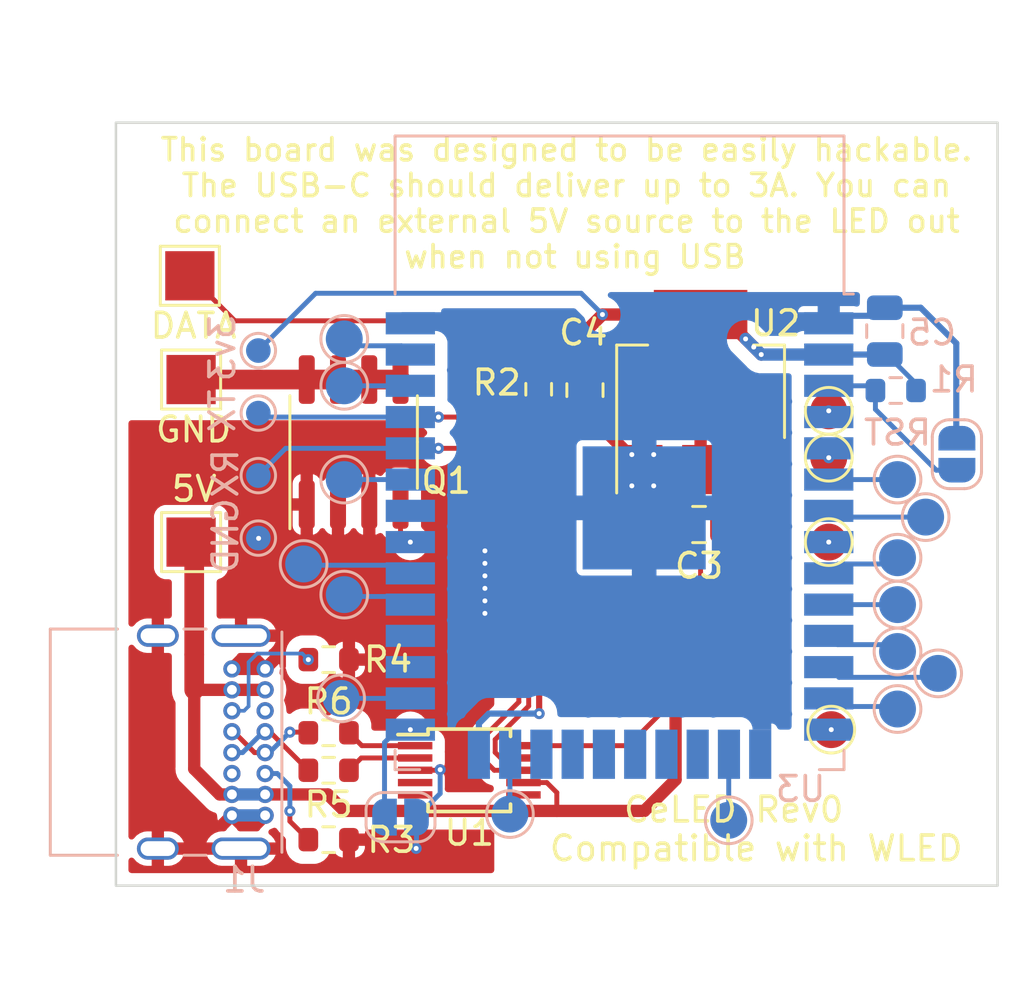
<source format=kicad_pcb>
(kicad_pcb (version 20211014) (generator pcbnew)
  (layers (0 "F.Cu" signal) (31 "B.Cu" signal) (34 "B.Paste" user) (35 "F.Paste" user) (36 "B.SilkS" user "B.Silkscreen") (37 "F.SilkS" user "F.Silkscreen") (38 "B.Mask" user) (39 "F.Mask" user) (44 "Edge.Cuts" user))
  (net 0 "")
  (net 1 "GND")
  (net 2 "+5V")
  (net 3 "+3V3")
  (net 4 "Net-(R2-Pad1)")
  (net 5 "/ADC1_0")
  (net 6 "/ADC1_3")
  (net 7 "/ADC1_6")
  (net 8 "/ADC1_7")
  (net 9 "/ADC1_4")
  (net 10 "/ADC1_5")
  (net 17 "/U2_RX")
  (net 18 "/U2_TX")
  (net 20 "/EXP_RX")
  (net 21 "/ESP_TX")
  (net 22 "Net-(R2-Pad2)")
  (net 23 "Net-(Q1-Pad5)")
  (net 24 "Net-(TP9-Pad1)")
  (net 25 "Net-(TP10-Pad1)")
  (net 26 "Net-(TP11-Pad1)")
  (net 27 "Net-(TP12-Pad1)")
  (net 28 "Net-(TP13-Pad1)")
  (net 29 "Net-(TP14-Pad1)")
  (net 30 "Net-(TP15-Pad1)")
  (net 31 "Net-(TP16-Pad1)")
  (net 32 "Net-(TP17-Pad1)")
  (net 33 "Net-(TP18-Pad1)")
  (net 34 "Net-(TP19-Pad1)")
  (net 35 "Net-(TP20-Pad1)")
  (net 36 "Net-(J1-PadA5)")
  (net 37 "/BOOT")
  (net 38 "/RST")
  (net 39 "/IR")
  (net 40 "Net-(J1-PadB5)")
  (net 41 "Net-(J1-PadA6)")
  (net 42 "Net-(J1-PadA7)")
  (net 45 "Net-(Q1-Pad4)")
  (net 47 "/D-")
  (net 48 "/D+")
  (footprint "TestPoint:TestPoint_Pad_2.0x2.0mm" (layer "F.Cu") (at 112.268 82.042)
    (fp_text reference "TP2" hide)
    (fp_text value "TestPoint" hide)
    (fp_line (start -1.2 -1.2) (end 1.2 -1.2) (layer "F.SilkS") (width 0.12))
    (fp_line (start 1.2 -1.2) (end 1.2 1.2) (layer "F.SilkS") (width 0.12))
    (fp_line (start 1.2 1.2) (end -1.2 1.2) (layer "F.SilkS") (width 0.12))
    (fp_line (start -1.2 1.2) (end -1.2 -1.2) (layer "F.SilkS") (width 0.12))
    (pad "1" smd rect (at 0 0) (size 2 2) (layers "F.Cu" "F.Mask") (net 2 "+5V"))
  )
  (footprint "Resistor_SMD:R_0603_1608Metric" (layer "F.Cu") (at 117.856 89.789 180)
    (fp_text reference "R6" (at 0 1.27) (layer "F.SilkS"))
    (fp_text value "22")
    (fp_line (start -0.237258 0.5225) (end 0.237258 0.5225) (layer "F.SilkS") (width 0.12))
    (fp_line (start -0.237258 -0.5225) (end 0.237258 -0.5225) (layer "F.SilkS") (width 0.12))
    (pad "1" smd roundrect (at -0.825 0 180) (size 0.8 0.95) (layers "F.Cu" "F.Paste" "F.Mask") (net 48 "/D+"))
    (pad "2" smd roundrect (at 0.825 0 180) (size 0.8 0.95) (layers "F.Cu" "F.Paste" "F.Mask") (net 41 "Net-(J1-PadA6)"))
  )
  (footprint "Capacitor_SMD:C_0805_2012Metric" (layer "F.Cu") (at 128.27 75.867 -90)
    (fp_text reference "C4" (at -2.334 0.065 180) (layer "F.SilkS"))
    (fp_text value "10u")
    (fp_line (start -0.261252 0.735) (end 0.261252 0.735) (layer "F.SilkS") (width 0.12))
    (fp_line (start -0.261252 -0.735) (end 0.261252 -0.735) (layer "F.SilkS") (width 0.12))
    (pad "1" smd roundrect (at -0.95 0 270) (size 1 1.45) (layers "F.Cu" "F.Paste" "F.Mask") (net 3 "+3V3"))
    (pad "2" smd roundrect (at 0.95 0 270) (size 1 1.45) (layers "F.Cu" "F.Paste" "F.Mask") (net 1 "GND"))
  )
  (footprint "Package_SO:MSOP-10_3x3mm_P0.5mm" (layer "F.Cu") (at 123.571 91.313)
    (fp_text reference "U1" (at 0 2.54) (layer "F.SilkS"))
    (fp_text value "CH340E")
    (fp_line (start 1.675 -1.675) (end 1.675 -1.375) (layer "F.SilkS") (width 0.15))
    (fp_line (start -1.675 1.675) (end -1.675 1.375) (layer "F.SilkS") (width 0.15))
    (fp_line (start 1.675 1.675) (end 1.675 1.375) (layer "F.SilkS") (width 0.15))
    (fp_line (start -1.675 -1.675) (end -1.675 -1.45) (layer "F.SilkS") (width 0.15))
    (fp_line (start -1.675 -1.675) (end 1.675 -1.675) (layer "F.SilkS") (width 0.15))
    (fp_line (start -1.675 -1.45) (end -2.9 -1.45) (layer "F.SilkS") (width 0.15))
    (fp_line (start -1.675 1.675) (end 1.675 1.675) (layer "F.SilkS") (width 0.15))
    (pad "1" smd rect (at -2.2 -1) (size 1.4 0.3) (layers "F.Cu" "F.Paste" "F.Mask") (net 48 "/D+"))
    (pad "2" smd rect (at -2.2 -0.5) (size 1.4 0.3) (layers "F.Cu" "F.Paste" "F.Mask") (net 47 "/D-"))
    (pad "3" smd rect (at -2.2 0) (size 1.4 0.3) (layers "F.Cu" "F.Paste" "F.Mask") (net 1 "GND"))
    (pad "4" smd rect (at -2.2 0.5) (size 1.4 0.3) (layers "F.Cu" "F.Paste" "F.Mask"))
    (pad "5" smd rect (at -2.2 1) (size 1.4 0.3) (layers "F.Cu" "F.Paste" "F.Mask"))
    (pad "6" smd rect (at 2.2 1) (size 1.4 0.3) (layers "F.Cu" "F.Paste" "F.Mask"))
    (pad "7" smd rect (at 2.2 0.5) (size 1.4 0.3) (layers "F.Cu" "F.Paste" "F.Mask") (net 2 "+5V"))
    (pad "8" smd rect (at 2.2 0) (size 1.4 0.3) (layers "F.Cu" "F.Paste" "F.Mask") (net 20 "/EXP_RX"))
    (pad "9" smd rect (at 2.2 -0.5) (size 1.4 0.3) (layers "F.Cu" "F.Paste" "F.Mask") (net 21 "/ESP_TX"))
    (pad "10" smd rect (at 2.2 -1) (size 1.4 0.3) (layers "F.Cu" "F.Paste" "F.Mask") (net 3 "+3V3"))
  )
  (footprint "Package_SO:SOP-8_3.76x4.96mm_P1.27mm" (layer "F.Cu") (at 118.872 77.9755 90)
    (fp_text reference "Q1" (at -1.5773 3.7592 180) (layer "F.SilkS"))
    (fp_text value "AP4406B")
    (fp_line (start 0 2.59) (end -1.88 2.59) (layer "F.SilkS") (width 0.12))
    (fp_line (start 0 -2.59) (end 1.88 -2.59) (layer "F.SilkS") (width 0.12))
    (fp_line (start 0 -2.59) (end -3.525 -2.59) (layer "F.SilkS") (width 0.12))
    (fp_line (start 0 2.59) (end 1.88 2.59) (layer "F.SilkS") (width 0.12))
    (pad "1" smd roundrect (at -2.5375 -1.905 90) (size 1.975 0.65) (layers "F.Cu" "F.Paste" "F.Mask") (net 1 "GND"))
    (pad "2" smd roundrect (at -2.5375 -0.635 90) (size 1.975 0.65) (layers "F.Cu" "F.Paste" "F.Mask") (net 1 "GND"))
    (pad "3" smd roundrect (at -2.5375 0.635 90) (size 1.975 0.65) (layers "F.Cu" "F.Paste" "F.Mask") (net 1 "GND"))
    (pad "4" smd roundrect (at -2.5375 1.905 90) (size 1.975 0.65) (layers "F.Cu" "F.Paste" "F.Mask") (net 45 "Net-(Q1-Pad4)"))
    (pad "5" smd roundrect (at 2.5375 1.905 90) (size 1.975 0.65) (layers "F.Cu" "F.Paste" "F.Mask") (net 23 "Net-(Q1-Pad5)"))
    (pad "6" smd roundrect (at 2.5375 0.635 90) (size 1.975 0.65) (layers "F.Cu" "F.Paste" "F.Mask") (net 23 "Net-(Q1-Pad5)"))
    (pad "7" smd roundrect (at 2.5375 -0.635 90) (size 1.975 0.65) (layers "F.Cu" "F.Paste" "F.Mask") (net 23 "Net-(Q1-Pad5)"))
    (pad "8" smd roundrect (at 2.5375 -1.905 90) (size 1.975 0.65) (layers "F.Cu" "F.Paste" "F.Mask") (net 23 "Net-(Q1-Pad5)"))
  )
  (footprint "TestPoint:TestPoint_Pad_D1.5mm" (layer "F.Cu") (at 138.2776 89.662)
    (fp_text reference "TP14" hide)
    (fp_text value "TestPoint")
    (fp_circle (center 0 0) (end 0 0.95) (layer "F.SilkS") (width 0.12) (fill none))
    (pad "1" smd circle (at 0 0) (size 1.5 1.5) (layers "F.Cu" "F.Mask") (net 29 "Net-(TP14-Pad1)"))
  )
  (footprint "Resistor_SMD:R_0603_1608Metric" (layer "F.Cu") (at 117.856 91.313)
    (fp_text reference "R5" (at 0 1.397) (layer "F.SilkS"))
    (fp_text value "22")
    (fp_line (start -0.237258 -0.5225) (end 0.237258 -0.5225) (layer "F.SilkS") (width 0.12))
    (fp_line (start -0.237258 0.5225) (end 0.237258 0.5225) (layer "F.SilkS") (width 0.12))
    (pad "1" smd roundrect (at -0.825 0) (size 0.8 0.95) (layers "F.Cu" "F.Paste" "F.Mask") (net 42 "Net-(J1-PadA7)"))
    (pad "2" smd roundrect (at 0.825 0) (size 0.8 0.95) (layers "F.Cu" "F.Paste" "F.Mask") (net 47 "/D-"))
  )
  (footprint "Resistor_SMD:R_0603_1608Metric" (layer "F.Cu") (at 126.3904 75.8322 90)
    (fp_text reference "R2" (at 0.269408 -1.706249) (layer "F.SilkS"))
    (fp_text value "100")
    (fp_line (start -0.237258 0.5225) (end 0.237258 0.5225) (layer "F.SilkS") (width 0.12))
    (fp_line (start -0.237258 -0.5225) (end 0.237258 -0.5225) (layer "F.SilkS") (width 0.12))
    (pad "1" smd roundrect (at -0.825 0 90) (size 0.8 0.95) (layers "F.Cu" "F.Paste" "F.Mask") (net 4 "Net-(R2-Pad1)"))
    (pad "2" smd roundrect (at 0.825 0 90) (size 0.8 0.95) (layers "F.Cu" "F.Paste" "F.Mask") (net 22 "Net-(R2-Pad2)"))
  )
  (footprint "TestPoint:TestPoint_Pad_2.0x2.0mm" (layer "F.Cu") (at 112.268 75.438)
    (fp_text reference "TP6" hide)
    (fp_text value "TestPoint" hide)
    (fp_line (start -1.2 -1.2) (end 1.2 -1.2) (layer "F.SilkS") (width 0.12))
    (fp_line (start 1.2 -1.2) (end 1.2 1.2) (layer "F.SilkS") (width 0.12))
    (fp_line (start -1.2 1.2) (end -1.2 -1.2) (layer "F.SilkS") (width 0.12))
    (fp_line (start 1.2 1.2) (end -1.2 1.2) (layer "F.SilkS") (width 0.12))
    (pad "1" smd rect (at 0 0) (size 2 2) (layers "F.Cu" "F.Mask") (net 23 "Net-(Q1-Pad5)"))
  )
  (footprint "TestPoint:TestPoint_Pad_2.0x2.0mm" (layer "F.Cu") (at 112.2172 71.2216)
    (fp_text reference "TP4" hide)
    (fp_text value "TestPoint" hide)
    (fp_line (start 1.2 1.2) (end -1.2 1.2) (layer "F.SilkS") (width 0.12))
    (fp_line (start -1.2 -1.2) (end 1.2 -1.2) (layer "F.SilkS") (width 0.12))
    (fp_line (start 1.2 -1.2) (end 1.2 1.2) (layer "F.SilkS") (width 0.12))
    (fp_line (start -1.2 1.2) (end -1.2 -1.2) (layer "F.SilkS") (width 0.12))
    (pad "1" smd rect (at 0 0) (size 2 2) (layers "F.Cu" "F.Mask") (net 22 "Net-(R2-Pad2)"))
  )
  (footprint "Resistor_SMD:R_0603_1608Metric" (layer "F.Cu") (at 117.856 86.8172 180)
    (fp_text reference "R4" (at -2.413 0) (layer "F.SilkS"))
    (fp_text value "5k1")
    (fp_line (start -0.237258 -0.5225) (end 0.237258 -0.5225) (layer "F.SilkS") (width 0.12))
    (fp_line (start -0.237258 0.5225) (end 0.237258 0.5225) (layer "F.SilkS") (width 0.12))
    (pad "1" smd roundrect (at -0.825 0 180) (size 0.8 0.95) (layers "F.Cu" "F.Paste" "F.Mask") (net 1 "GND"))
    (pad "2" smd roundrect (at 0.825 0 180) (size 0.8 0.95) (layers "F.Cu" "F.Paste" "F.Mask") (net 40 "Net-(J1-PadB5)"))
  )
  (footprint "Resistor_SMD:R_0603_1608Metric" (layer "F.Cu") (at 117.856 94.1324)
    (fp_text reference "R3" (at 2.551 0.012) (layer "F.SilkS"))
    (fp_text value "5k1")
    (fp_line (start -0.237258 0.5225) (end 0.237258 0.5225) (layer "F.SilkS") (width 0.12))
    (fp_line (start -0.237258 -0.5225) (end 0.237258 -0.5225) (layer "F.SilkS") (width 0.12))
    (pad "1" smd roundrect (at -0.825 0) (size 0.8 0.95) (layers "F.Cu" "F.Paste" "F.Mask") (net 36 "Net-(J1-PadA5)"))
    (pad "2" smd roundrect (at 0.825 0) (size 0.8 0.95) (layers "F.Cu" "F.Paste" "F.Mask") (net 1 "GND"))
  )
  (footprint "TestPoint:TestPoint_Pad_D1.5mm" (layer "F.Cu") (at 138.176 76.708)
    (fp_text reference "TP5" hide)
    (fp_text value "TestPoint" hide)
    (fp_circle (center 0 0) (end 0 0.95) (layer "F.SilkS") (width 0.12) (fill none))
    (pad "1" smd circle (at 0 0) (size 1.5 1.5) (layers "F.Cu" "F.Mask") (net 5 "/ADC1_0"))
  )
  (footprint "TestPoint:TestPoint_Pad_D1.5mm" (layer "F.Cu") (at 138.176 82.042)
    (fp_text reference "TP21" hide)
    (fp_text value "TestPoint" hide)
    (fp_circle (center 0 0) (end 0 0.95) (layer "F.SilkS") (width 0.12) (fill none))
    (pad "1" smd circle (at 0 0) (size 1.5 1.5) (layers "F.Cu" "F.Mask") (net 9 "/ADC1_4"))
  )
  (footprint "Capacitor_SMD:C_0805_2012Metric" (layer "F.Cu") (at 132.907 81.328 180)
    (fp_text reference "C3" (at 0 -1.68) (layer "F.SilkS"))
    (fp_text value "10u")
    (fp_line (start -0.261252 -0.735) (end 0.261252 -0.735) (layer "F.SilkS") (width 0.12))
    (fp_line (start -0.261252 0.735) (end 0.261252 0.735) (layer "F.SilkS") (width 0.12))
    (pad "1" smd roundrect (at -0.95 0 180) (size 1 1.45) (layers "F.Cu" "F.Paste" "F.Mask") (net 2 "+5V"))
    (pad "2" smd roundrect (at 0.95 0 180) (size 1 1.45) (layers "F.Cu" "F.Paste" "F.Mask") (net 1 "GND"))
  )
  (footprint "TestPoint:TestPoint_Pad_D1.5mm" (layer "F.Cu") (at 138.176 78.613)
    (fp_text reference "TP8" hide)
    (fp_text value "TestPoint" hide)
    (fp_circle (center 0 0) (end 0 0.95) (layer "F.SilkS") (width 0.12) (fill none))
    (pad "1" smd circle (at 0 0) (size 1.5 1.5) (layers "F.Cu" "F.Mask") (net 6 "/ADC1_3"))
  )
  (footprint "Package_TO_SOT_SMD:SOT-223-3_TabPin2" (layer "F.Cu") (at 132.969 75.946 90)
    (fp_text reference "U2" (at 2.794 3.048 180) (layer "F.SilkS"))
    (fp_text value "AP1117-33")
    (fp_line (start 1.91 -3.41) (end 1.91 -2.15) (layer "F.SilkS") (width 0.12))
    (fp_line (start 1.91 3.41) (end 1.91 2.15) (layer "F.SilkS") (width 0.12))
    (fp_line (start -1.85 3.41) (end 1.91 3.41) (layer "F.SilkS") (width 0.12))
    (fp_line (start -4.1 -3.41) (end 1.91 -3.41) (layer "F.SilkS") (width 0.12))
    (pad "1" smd rect (at -3.15 -2.3 90) (size 2 1.5) (layers "F.Cu" "F.Paste" "F.Mask") (net 1 "GND"))
    (pad "2" smd rect (at -3.15 0 90) (size 2 1.5) (layers "F.Cu" "F.Paste" "F.Mask") (net 3 "+3V3"))
    (pad "2" smd rect (at 3.15 0 90) (size 2 3.8) (layers "F.Cu" "F.Paste" "F.Mask") (net 3 "+3V3"))
    (pad "3" smd rect (at -3.15 2.3 90) (size 2 1.5) (layers "F.Cu" "F.Paste" "F.Mask") (net 2 "+5V"))
  )
  (footprint "Capacitor_SMD:C_0805_2012Metric" (layer "B.Cu") (at 140.453 73.47 90)
    (fp_text reference "C5" (at -0.063 1.914 180) (layer "B.SilkS") (effects (justify mirror)))
    (fp_text value "10u")
    (fp_line (start -0.261252 -0.735) (end 0.261252 -0.735) (layer "B.SilkS") (width 0.12))
    (fp_line (start -0.261252 0.735) (end 0.261252 0.735) (layer "B.SilkS") (width 0.12))
    (pad "1" smd roundrect (at -0.95 0 90) (size 1 1.45) (layers "B.Cu" "B.Paste" "B.Mask") (net 3 "+3V3"))
    (pad "2" smd roundrect (at 0.95 0 90) (size 1 1.45) (layers "B.Cu" "B.Paste" "B.Mask") (net 1 "GND"))
  )
  (footprint "TestPoint:TestPoint_Pad_D1.0mm" (layer "B.Cu") (at 115 76.8 180)
    (fp_text reference "TP26" hide)
    (fp_text value "TestPoint")
    (fp_circle (center 0 0) (end 0 -0.7) (layer "B.SilkS") (width 0.12) (fill none))
    (pad "1" smd circle (at 0 0 180) (size 1 1) (layers "B.Cu" "B.Mask") (net 21 "/ESP_TX"))
  )
  (footprint "TestPoint:TestPoint_Pad_D1.5mm" (layer "B.Cu") (at 125.222 93.091 180)
    (fp_text reference "TP12" hide)
    (fp_text value "TestPoint" hide)
    (fp_circle (center 0 0) (end 0 -0.95) (layer "B.SilkS") (width 0.12) (fill none))
    (pad "1" smd circle (at 0 0 180) (size 1.5 1.5) (layers "B.Cu" "B.Mask") (net 27 "Net-(TP12-Pad1)"))
  )
  (footprint "TestPoint:TestPoint_Pad_D1.5mm" (layer "B.Cu") (at 118.491 73.787 180)
    (fp_text reference "TP17" hide)
    (fp_text value "TestPoint" hide)
    (fp_circle (center 0 0) (end 0 -0.95) (layer "B.SilkS") (width 0.12) (fill none))
    (pad "1" smd circle (at 0 0 180) (size 1.5 1.5) (layers "B.Cu" "B.Mask") (net 32 "Net-(TP17-Pad1)"))
  )
  (footprint "TestPoint:TestPoint_Pad_D1.0mm" (layer "B.Cu") (at 115 74.26 180)
    (fp_text reference "TP25" hide)
    (fp_text value "TestPoint")
    (fp_circle (center 0 0) (end 0 -0.7) (layer "B.SilkS") (width 0.12) (fill none))
    (pad "1" smd circle (at 0 0 180) (size 1 1) (layers "B.Cu" "B.Mask") (net 3 "+3V3"))
  )
  (footprint "Connector_USB:USB_C_Receptacle_GCT_USB4085" (layer "B.Cu") (at 115.277 93.145 90)
    (fp_text reference "J1" (at -2.613 -0.85) (layer "B.SilkS") (effects (justify mirror)))
    (fp_text value "USB_C_Receptacle_USB2.0")
    (fp_line (start -1.62 -8.73) (end 7.57 -8.73) (layer "B.SilkS") (width 0.12))
    (fp_line (start 7.57 -6) (end 7.57 -8.73) (layer "B.SilkS") (width 0.12))
    (fp_line (start 7.57 -2.4) (end 7.57 -3.3) (layer "B.SilkS") (width 0.12))
    (fp_line (start -1.62 -6) (end -1.62 -8.73) (layer "B.SilkS") (width 0.12))
    (fp_line (start -1.62 -2.4) (end -1.62 -3.3) (layer "B.SilkS") (width 0.12))
    (fp_line (start -1.5 0.68) (end 7.45 0.68) (layer "B.SilkS") (width 0.12))
    (pad "A1" thru_hole circle (at 0 0 90) (size 0.7 0.7) (drill 0.4) (layers *.Cu *.Mask) (net 1 "GND"))
    (pad "A4" thru_hole circle (at 0.85 0 90) (size 0.7 0.7) (drill 0.4) (layers *.Cu *.Mask) (net 2 "+5V"))
    (pad "A5" thru_hole circle (at 1.7 0 90) (size 0.7 0.7) (drill 0.4) (layers *.Cu *.Mask) (net 36 "Net-(J1-PadA5)"))
    (pad "A6" thru_hole circle (at 2.55 0 90) (size 0.7 0.7) (drill 0.4) (layers *.Cu *.Mask) (net 41 "Net-(J1-PadA6)"))
    (pad "A7" thru_hole circle (at 3.4 0 90) (size 0.7 0.7) (drill 0.4) (layers *.Cu *.Mask) (net 42 "Net-(J1-PadA7)"))
    (pad "A8" thru_hole circle (at 4.25 0 90) (size 0.7 0.7) (drill 0.4) (layers *.Cu *.Mask))
    (pad "A9" thru_hole circle (at 5.1 0 90) (size 0.7 0.7) (drill 0.4) (layers *.Cu *.Mask) (net 2 "+5V"))
    (pad "A12" thru_hole circle (at 5.95 0 90) (size 0.7 0.7) (drill 0.4) (layers *.Cu *.Mask) (net 1 "GND"))
    (pad "B1" thru_hole circle (at 5.95 -1.35 90) (size 0.7 0.7) (drill 0.4) (layers *.Cu *.Mask) (net 1 "GND"))
    (pad "B4" thru_hole circle (at 5.1 -1.35 90) (size 0.7 0.7) (drill 0.4) (layers *.Cu *.Mask) (net 2 "+5V"))
    (pad "B5" thru_hole circle (at 4.25 -1.35 90) (size 0.7 0.7) (drill 0.4) (layers *.Cu *.Mask) (net 40 "Net-(J1-PadB5)"))
    (pad "B6" thru_hole circle (at 3.4 -1.35 90) (size 0.7 0.7) (drill 0.4) (layers *.Cu *.Mask) (net 41 "Net-(J1-PadA6)"))
    (pad "B7" thru_hole circle (at 2.55 -1.35 90) (size 0.7 0.7) (drill 0.4) (layers *.Cu *.Mask) (net 42 "Net-(J1-PadA7)"))
    (pad "B8" thru_hole circle (at 1.7 -1.35 90) (size 0.7 0.7) (drill 0.4) (layers *.Cu *.Mask))
    (pad "B9" thru_hole circle (at 0.85 -1.35 90) (size 0.7 0.7) (drill 0.4) (layers *.Cu *.Mask) (net 2 "+5V"))
    (pad "B12" thru_hole circle (at 0 -1.35 90) (size 0.7 0.7) (drill 0.4) (layers *.Cu *.Mask) (net 1 "GND"))
    (pad "S1" thru_hole oval (at -1.35 -0.98 90) (size 0.9 2.4) (drill oval 0.6 2.1) (layers *.Cu *.Mask) (net 1 "GND"))
    (pad "S1" thru_hole oval (at -1.35 -4.36 90) (size 0.9 1.7) (drill oval 0.6 1.4) (layers *.Cu *.Mask) (net 1 "GND"))
    (pad "S1" thru_hole oval (at 7.3 -4.36 90) (size 0.9 1.7) (drill oval 0.6 1.4) (layers *.Cu *.Mask) (net 1 "GND"))
    (pad "S1" thru_hole oval (at 7.3 -0.98 90) (size 0.9 2.4) (drill oval 0.6 2.1) (layers *.Cu *.Mask) (net 1 "GND"))
  )
  (footprint "Jumper:SolderJumper-2_P1.3mm_Open_RoundedPad1.0x1.5mm" (layer "B.Cu") (at 120.777 93.218)
    (fp_text reference "JP1" hide)
    (fp_text value "Jumper_2_Open")
    (fp_line (start 1.4 0.3) (end 1.4 -0.3) (layer "B.SilkS") (width 0.12))
    (fp_line (start 0.7 -1) (end -0.7 -1) (layer "B.SilkS") (width 0.12))
    (fp_line (start -1.4 -0.3) (end -1.4 0.3) (layer "B.SilkS") (width 0.12))
    (fp_line (start -0.7 1) (end 0.7 1) (layer "B.SilkS") (width 0.12))
    (fp_arc (start 0.7 -1) (mid 1.194975 -0.794975) (end 1.4 -0.3) (layer "B.SilkS") (width 0.12))
    (fp_arc (start 1.4 0.3) (mid 1.194975 0.794975) (end 0.7 1) (layer "B.SilkS") (width 0.12))
    (fp_arc (start -0.7 1) (mid -1.194975 0.794975) (end -1.4 0.3) (layer "B.SilkS") (width 0.12))
    (fp_arc (start -1.4 -0.3) (mid -1.194975 -0.794975) (end -0.7 -1) (layer "B.SilkS") (width 0.12))
    (pad "1" smd custom (at -0.65 0) (size 1 0.5) (layers "B.Cu" "B.Mask") (net 37 "/BOOT") (options (clearance outline) (anchor rect)) (primitives (gr_circle (center 0 -0.25) (end 0.5 -0.25) (width 0) (fill yes)) (gr_circle (center 0 0.25) (end 0.5 0.25) (width 0) (fill yes)) (gr_poly (pts (xy 0.5 -0.75) (xy 0 -0.75) (xy 0 0.75) (xy 0.5 0.75)) (width 0) (fill yes))))
    (pad "2" smd custom (at 0.65 0) (size 1 0.5) (layers "B.Cu" "B.Mask") (net 1 "GND") (options (clearance outline) (anchor rect)) (primitives (gr_circle (center 0 -0.25) (end 0.5 -0.25) (width 0) (fill yes)) (gr_circle (center 0 0.25) (end 0.5 0.25) (width 0) (fill yes)) (gr_poly (pts (xy 0 -0.75) (xy -0.5 -0.75) (xy -0.5 0.75) (xy 0 0.75)) (width 0) (fill yes))))
  )
  (footprint "TestPoint:TestPoint_Pad_D1.0mm" (layer "B.Cu") (at 115 79.34 180)
    (fp_text reference "TP27" hide)
    (fp_text value "TestPoint")
    (fp_circle (center 0 0) (end 0 -0.7) (layer "B.SilkS") (width 0.12) (fill none))
    (pad "1" smd circle (at 0 0 180) (size 1 1) (layers "B.Cu" "B.Mask") (net 20 "/EXP_RX"))
  )
  (footprint "TestPoint:TestPoint_Pad_D1.5mm" (layer "B.Cu") (at 142.621 87.376 180)
    (fp_text reference "TP20" hide)
    (fp_text value "TestPoint" hide)
    (fp_circle (center 0 0) (end 0 -0.95) (layer "B.SilkS") (width 0.12) (fill none))
    (pad "1" smd circle (at 0 0 180) (size 1.5 1.5) (layers "B.Cu" "B.Mask") (net 35 "Net-(TP20-Pad1)"))
  )
  (footprint "TestPoint:TestPoint_Pad_D1.5mm" (layer "B.Cu") (at 140.97 79.502 180)
    (fp_text reference "TP23" hide)
    (fp_text value "TestPoint" hide)
    (fp_circle (center 0 0) (end 0 -0.95) (layer "B.SilkS") (width 0.12) (fill none))
    (pad "1" smd circle (at 0 0 180) (size 1.5 1.5) (layers "B.Cu" "B.Mask") (net 7 "/ADC1_6"))
  )
  (footprint "TestPoint:TestPoint_Pad_D1.5mm" (layer "B.Cu") (at 140.97 82.677 180)
    (fp_text reference "TP22" hide)
    (fp_text value "TestPoint" hide)
    (fp_circle (center 0 0) (end 0 -0.95) (layer "B.SilkS") (width 0.12) (fill none))
    (pad "1" smd circle (at 0 0 180) (size 1.5 1.5) (layers "B.Cu" "B.Mask") (net 10 "/ADC1_5"))
  )
  (footprint "TestPoint:TestPoint_Pad_D1.0mm" (layer "B.Cu") (at 115 81.88 180)
    (fp_text reference "TP28" hide)
    (fp_text value "TestPoint")
    (fp_circle (center 0 0) (end 0 -0.7) (layer "B.SilkS") (width 0.12) (fill none))
    (pad "1" smd circle (at 0 0 180) (size 1 1) (layers "B.Cu" "B.Mask") (net 1 "GND"))
  )
  (footprint "RF_Module:ESP32-WROOM-32" (layer "B.Cu") (at 129.676 81.407 180)
    (fp_text reference "U3" (at -7.357 -10.668 180) (layer "B.SilkS") (effects (justify mirror)))
    (fp_text value "ESP32-WROOM-32")
    (fp_line (start 9.12 -9.88) (end 8.12 -9.88) (layer "B.SilkS") (width 0.12))
    (fp_line (start -9.12 15.865) (end 9.12 15.865) (layer "B.SilkS") (width 0.12))
    (fp_line (start -9.12 -9.1) (end -9.12 -9.88) (layer "B.SilkS") (width 0.12))
    (fp_line (start -9.12 -9.88) (end -8.12 -9.88) (layer "B.SilkS") (width 0.12))
    (fp_line (start -9.12 9.445) (end -9.5 9.445) (layer "B.SilkS") (width 0.12))
    (fp_line (start 9.12 15.865) (end 9.12 9.445) (layer "B.SilkS") (width 0.12))
    (fp_line (start -9.12 15.865) (end -9.12 9.445) (layer "B.SilkS") (width 0.12))
    (fp_line (start 9.12 -9.1) (end 9.12 -9.88) (layer "B.SilkS") (width 0.12))
    (pad "1" smd rect (at -8.5 8.255 180) (size 2 0.9) (layers "B.Cu" "B.Paste" "B.Mask") (net 1 "GND"))
    (pad "2" smd rect (at -8.5 6.985 180) (size 2 0.9) (layers "B.Cu" "B.Paste" "B.Mask") (net 3 "+3V3"))
    (pad "3" smd rect (at -8.5 5.715 180) (size 2 0.9) (layers "B.Cu" "B.Paste" "B.Mask") (net 38 "/RST"))
    (pad "4" smd rect (at -8.5 4.445 180) (size 2 0.9) (layers "B.Cu" "B.Paste" "B.Mask") (net 5 "/ADC1_0"))
    (pad "5" smd rect (at -8.5 3.175 180) (size 2 0.9) (layers "B.Cu" "B.Paste" "B.Mask") (net 6 "/ADC1_3"))
    (pad "6" smd rect (at -8.5 1.905 180) (size 2 0.9) (layers "B.Cu" "B.Paste" "B.Mask") (net 7 "/ADC1_6"))
    (pad "7" smd rect (at -8.5 0.635 180) (size 2 0.9) (layers "B.Cu" "B.Paste" "B.Mask") (net 8 "/ADC1_7"))
    (pad "8" smd rect (at -8.5 -0.635 180) (size 2 0.9) (layers "B.Cu" "B.Paste" "B.Mask") (net 9 "/ADC1_4"))
    (pad "9" smd rect (at -8.5 -1.905 180) (size 2 0.9) (layers "B.Cu" "B.Paste" "B.Mask") (net 10 "/ADC1_5"))
    (pad "10" smd rect (at -8.5 -3.175 180) (size 2 0.9) (layers "B.Cu" "B.Paste" "B.Mask") (net 33 "Net-(TP18-Pad1)"))
    (pad "11" smd rect (at -8.5 -4.445 180) (size 2 0.9) (layers "B.Cu" "B.Paste" "B.Mask") (net 34 "Net-(TP19-Pad1)"))
    (pad "12" smd rect (at -8.5 -5.715 180) (size 2 0.9) (layers "B.Cu" "B.Paste" "B.Mask") (net 35 "Net-(TP20-Pad1)"))
    (pad "13" smd rect (at -8.5 -6.985 180) (size 2 0.9) (layers "B.Cu" "B.Paste" "B.Mask") (net 26 "Net-(TP11-Pad1)"))
    (pad "14" smd rect (at -8.5 -8.255 180) (size 2 0.9) (layers "B.Cu" "B.Paste" "B.Mask") (net 29 "Net-(TP14-Pad1)"))
    (pad "15" smd rect (at -5.715 -9.255 90) (size 2 0.9) (layers "B.Cu" "B.Paste" "B.Mask") (net 1 "GND"))
    (pad "16" smd rect (at -4.445 -9.255 90) (size 2 0.9) (layers "B.Cu" "B.Paste" "B.Mask") (net 25 "Net-(TP10-Pad1)"))
    (pad "17" smd rect (at -3.175 -9.255 90) (size 2 0.9) (layers "B.Cu" "B.Paste" "B.Mask"))
    (pad "18" smd rect (at -1.905 -9.255 90) (size 2 0.9) (layers "B.Cu" "B.Paste" "B.Mask"))
    (pad "19" smd rect (at -0.635 -9.255 90) (size 2 0.9) (layers "B.Cu" "B.Paste" "B.Mask"))
    (pad "20" smd rect (at 0.635 -9.255 90) (size 2 0.9) (layers "B.Cu" "B.Paste" "B.Mask"))
    (pad "21" smd rect (at 1.905 -9.255 90) (size 2 0.9) (layers "B.Cu" "B.Paste" "B.Mask"))
    (pad "22" smd rect (at 3.175 -9.255 90) (size 2 0.9) (layers "B.Cu" "B.Paste" "B.Mask"))
    (pad "23" smd rect (at 4.445 -9.255 90) (size 2 0.9) (layers "B.Cu" "B.Paste" "B.Mask") (net 27 "Net-(TP12-Pad1)"))
    (pad "24" smd rect (at 5.715 -9.255 90) (size 2 0.9) (layers "B.Cu" "B.Paste" "B.Mask") (net 4 "Net-(R2-Pad1)"))
    (pad "25" smd rect (at 8.5 -8.255 180) (size 2 0.9) (layers "B.Cu" "B.Paste" "B.Mask") (net 37 "/BOOT"))
    (pad "26" smd rect (at 8.5 -6.985 180) (size 2 0.9) (layers "B.Cu" "B.Paste" "B.Mask") (net 39 "/IR"))
    (pad "27" smd rect (at 8.5 -5.715 180) (size 2 0.9) (layers "B.Cu" "B.Paste" "B.Mask") (net 17 "/U2_RX"))
    (pad "28" smd rect (at 8.5 -4.445 180) (size 2 0.9) (layers "B.Cu" "B.Paste" "B.Mask") (net 18 "/U2_TX"))
    (pad "29" smd rect (at 8.5 -3.175 180) (size 2 0.9) (layers "B.Cu" "B.Paste" "B.Mask") (net 24 "Net-(TP9-Pad1)"))
    (pad "30" smd rect (at 8.5 -1.905 180) (size 2 0.9) (layers "B.Cu" "B.Paste" "B.Mask") (net 28 "Net-(TP13-Pad1)"))
    (pad "31" smd rect (at 8.5 -0.635 180) (size 2 0.9) (layers "B.Cu" "B.Paste" "B.Mask") (net 45 "Net-(Q1-Pad4)"))
    (pad "32" smd rect (at 8.5 0.635 180) (size 2 0.9) (layers "B.Cu" "B.Paste" "B.Mask"))
    (pad "33" smd rect (at 8.5 1.905 180) (size 2 0.9) (layers "B.Cu" "B.Paste" "B.Mask") (net 30 "Net-(TP15-Pad1)"))
    (pad "34" smd rect (at 8.5 3.175 180) (size 2 0.9) (layers "B.Cu" "B.Paste" "B.Mask") (net 20 "/EXP_RX"))
    (pad "35" smd rect (at 8.5 4.445 180) (size 2 0.9) (layers "B.Cu" "B.Paste" "B.Mask") (net 21 "/ESP_TX"))
    (pad "36" smd rect (at 8.5 5.715 180) (size 2 0.9) (layers "B.Cu" "B.Paste" "B.Mask") (net 31 "Net-(TP16-Pad1)"))
    (pad "37" smd rect (at 8.5 6.985 180) (size 2 0.9) (layers "B.Cu" "B.Paste" "B.Mask") (net 32 "Net-(TP17-Pad1)"))
    (pad "38" smd rect (at 8.5 8.255 180) (size 2 0.9) (layers "B.Cu" "B.Paste" "B.Mask") (net 1 "GND"))
    (pad "39" smd rect (at -1 0.755 180) (size 5 5) (layers "B.Cu" "B.Paste" "B.Mask") (net 1 "GND"))
    (zone (net 0) (net_name "") (layers *.Cu) (connect_pads (clearance 0)) (min_thickness 0.254)
      (keepout (tracks not_allowed) (vias not_allowed) (pads not_allowed) (copperpour not_allowed) (footprints not_allowed))
      (fill (thermal_gap 0.508) (thermal_bridge_width 0.508))
      (polygon (pts (xy 143.676 71.437) (xy 115.676 71.437) (xy 115.676 60.657) (xy 143.676 60.657)))
    )
  )
  (footprint "TestPoint:TestPoint_Pad_D1.5mm" (layer "B.Cu") (at 142.113 81.026 180)
    (fp_text reference "TP24" hide)
    (fp_text value "TestPoint" hide)
    (fp_circle (center 0 0) (end 0 -0.95) (layer "B.SilkS") (width 0.12) (fill none))
    (pad "1" smd circle (at 0 0 180) (size 1.5 1.5) (layers "B.Cu" "B.Mask") (net 8 "/ADC1_7"))
  )
  (footprint "TestPoint:TestPoint_Pad_D1.5mm" (layer "B.Cu") (at 140.97 86.487 180)
    (fp_text reference "TP19" hide)
    (fp_text value "TestPoint" hide)
    (fp_circle (center 0 0) (end 0 -0.95) (layer "B.SilkS") (width 0.12) (fill none))
    (pad "1" smd circle (at 0 0 180) (size 1.5 1.5) (layers "B.Cu" "B.Mask") (net 34 "Net-(TP19-Pad1)"))
  )
  (footprint "TestPoint:TestPoint_Pad_D1.5mm" (layer "B.Cu") (at 118.491 75.692 180)
    (fp_text reference "TP16" hide)
    (fp_text value "TestPoint" hide)
    (fp_circle (center 0 0) (end 0 -0.95) (layer "B.SilkS") (width 0.12) (fill none))
    (pad "1" smd circle (at 0 0 180) (size 1.5 1.5) (layers "B.Cu" "B.Mask") (net 31 "Net-(TP16-Pad1)"))
  )
  (footprint "TestPoint:TestPoint_Pad_D1.5mm" (layer "B.Cu") (at 116.84 82.931 180)
    (fp_text reference "TP13" hide)
    (fp_text value "TestPoint" hide)
    (fp_circle (center 0 0) (end 0 -0.95) (layer "B.SilkS") (width 0.12) (fill none))
    (pad "1" smd circle (at 0 0 180) (size 1.5 1.5) (layers "B.Cu" "B.Mask") (net 28 "Net-(TP13-Pad1)"))
  )
  (footprint "TestPoint:TestPoint_Pad_D1.5mm" (layer "B.Cu") (at 140.97 88.8238 180)
    (fp_text reference "TP11" hide)
    (fp_text value "TestPoint" hide)
    (fp_circle (center 0 0) (end 0 -0.95) (layer "B.SilkS") (width 0.12) (fill none))
    (pad "1" smd circle (at 0 0 180) (size 1.5 1.5) (layers "B.Cu" "B.Mask") (net 26 "Net-(TP11-Pad1)"))
  )
  (footprint "TestPoint:TestPoint_Pad_D1.5mm" (layer "B.Cu") (at 118.491 79.502 180)
    (fp_text reference "TP15" hide)
    (fp_text value "TestPoint" hide)
    (fp_circle (center 0 0) (end 0 -0.95) (layer "B.SilkS") (width 0.12) (fill none))
    (pad "1" smd circle (at 0 0 180) (size 1.5 1.5) (layers "B.Cu" "B.Mask") (net 30 "Net-(TP15-Pad1)"))
  )
  (footprint "TestPoint:TestPoint_Pad_D1.5mm" (layer "B.Cu") (at 118.491 84.1756 180)
    (fp_text reference "TP9" hide)
    (fp_text value "TestPoint" hide)
    (fp_circle (center 0 0) (end 0 -0.95) (layer "B.SilkS") (width 0.12) (fill none))
    (pad "1" smd circle (at 0 0 180) (size 1.5 1.5) (layers "B.Cu" "B.Mask") (net 24 "Net-(TP9-Pad1)"))
  )
  (footprint "TestPoint:TestPoint_Pad_D1.5mm" (layer "B.Cu") (at 140.97 84.582 180)
    (fp_text reference "TP18" hide)
    (fp_text value "TestPoint" hide)
    (fp_circle (center 0 0) (end 0 -0.95) (layer "B.SilkS") (width 0.12) (fill none))
    (pad "1" smd circle (at 0 0 180) (size 1.5 1.5) (layers "B.Cu" "B.Mask") (net 33 "Net-(TP18-Pad1)"))
  )
  (footprint "TestPoint:TestPoint_Pad_D1.5mm" (layer "B.Cu") (at 118.364 88.392 180)
    (fp_text reference "TP7" hide)
    (fp_text value "TestPoint")
    (fp_circle (center 0 0) (end 0 -0.95) (layer "B.SilkS") (width 0.12) (fill none))
    (pad "1" smd circle (at 0 0 180) (size 1.5 1.5) (layers "B.Cu" "B.Mask") (net 39 "/IR"))
  )
  (footprint "Resistor_SMD:R_0603_1608Metric" (layer "B.Cu") (at 140.897 75.883)
    (fp_text reference "R1" (at 2.359 -0.445) (layer "B.SilkS") (effects (justify mirror)))
    (fp_text value "10k")
    (fp_line (start -0.237258 0.5225) (end 0.237258 0.5225) (layer "B.SilkS") (width 0.12))
    (fp_line (start -0.237258 -0.5225) (end 0.237258 -0.5225) (layer "B.SilkS") (width 0.12))
    (pad "1" smd roundrect (at -0.825 0) (size 0.8 0.95) (layers "B.Cu" "B.Paste" "B.Mask") (net 38 "/RST"))
    (pad "2" smd roundrect (at 0.825 0) (size 0.8 0.95) (layers "B.Cu" "B.Paste" "B.Mask") (net 3 "+3V3"))
  )
  (footprint "Jumper:SolderJumper-2_P1.3mm_Open_RoundedPad1.0x1.5mm" (layer "B.Cu") (at 143.383 78.471001 -90)
    (fp_text reference "JP2" hide)
    (fp_text value "Jumper_2_Open")
    (fp_line (start -1.4 -0.3) (end -1.4 0.3) (layer "B.SilkS") (width 0.12))
    (fp_line (start -0.7 1) (end 0.7 1) (layer "B.SilkS") (width 0.12))
    (fp_line (start 1.4 0.3) (end 1.4 -0.3) (layer "B.SilkS") (width 0.12))
    (fp_line (start 0.7 -1) (end -0.7 -1) (layer "B.SilkS") (width 0.12))
    (fp_arc (start 1.4 0.3) (mid 1.194975 0.794975) (end 0.7 1) (layer "B.SilkS") (width 0.12))
    (fp_arc (start -1.4 -0.3) (mid -1.194975 -0.794975) (end -0.7 -1) (layer "B.SilkS") (width 0.12))
    (fp_arc (start -0.7 1) (mid -1.194975 0.794975) (end -1.4 0.3) (layer "B.SilkS") (width 0.12))
    (fp_arc (start 0.7 -1) (mid 1.194975 -0.794975) (end 1.4 -0.3) (layer "B.SilkS") (width 0.12))
    (pad "1" smd custom (at -0.65 0 270) (size 1 0.5) (layers "B.Cu" "B.Mask") (net 1 "GND") (options (clearance outline) (anchor rect)) (primitives (gr_circle (center 0 -0.25) (end 0.5 -0.25) (width 0) (fill yes)) (gr_circle (center 0 0.25) (end 0.5 0.25) (width 0) (fill yes)) (gr_poly (pts (xy 0.5 -0.75) (xy 0 -0.75) (xy 0 0.75) (xy 0.5 0.75)) (width 0) (fill yes))))
    (pad "2" smd custom (at 0.65 0 270) (size 1 0.5) (layers "B.Cu" "B.Mask") (net 38 "/RST") (options (clearance outline) (anchor rect)) (primitives (gr_circle (center 0 -0.25) (end 0.5 -0.25) (width 0) (fill yes)) (gr_circle (center 0 0.25) (end 0.5 0.25) (width 0) (fill yes)) (gr_poly (pts (xy 0 -0.75) (xy -0.5 -0.75) (xy -0.5 0.75) (xy 0 0.75)) (width 0) (fill yes))))
  )
  (footprint "TestPoint:TestPoint_Pad_D1.5mm" (layer "B.Cu") (at 134.112 93.345 180)
    (fp_text reference "TP10" hide)
    (fp_text value "TestPoint" hide)
    (fp_circle (center 0 0) (end 0 -0.95) (layer "B.SilkS") (width 0.12) (fill none))
    (pad "1" smd circle (at 0 0 180) (size 1.5 1.5) (layers "B.Cu" "B.Mask") (net 25 "Net-(TP10-Pad1)"))
  )
  (gr_rect (start 109.214 96) (end 145.0348 65) (layer "Edge.Cuts") (width 0.1) (fill none))
  (gr_text "RX" (at 113.665 79.248 90) (layer "B.SilkS") (effects (font (size 1 1)) (justify mirror)))
  (gr_text "RST" (at 140.97 77.597) (layer "B.SilkS") (effects (font (size 1 1)) (justify mirror)))
  (gr_text "GND" (at 113.665 81.788 90) (layer "B.SilkS") (effects (font (size 1 1)) (justify mirror)))
  (gr_text "TX" (at 113.538 76.708 90) (layer "B.SilkS") (effects (font (size 1 1)) (justify mirror)))
  (gr_text "3v3" (at 113.538 74.168 90) (layer "B.SilkS") (effects (font (size 1 1)) (justify mirror)))
  (gr_text "Compatible with WLED" (at 135.2296 94.488) (layer "F.SilkS") (effects (font (size 1 1))))
  (gr_text "CeLED Rev0" (at 134.3152 92.9132) (layer "F.SilkS") (effects (font (size 1 1))))
  (gr_text "This board was designed to be easily hackable. \nThe USB-C should deliver up to 3A. You can \nconnect an external 5V source to the LED out \nwhen not using USB" (at 127.8636 68.2752) (layer "F.SilkS") (effects (font (size 0.9 0.9))))
  (gr_text "DATA" (at 112.3696 73.2536) (layer "F.SilkS") (effects (font (size 1 1))))
  (gr_text "5V" (at 112.395 79.883) (layer "F.SilkS") (effects (font (size 1 1))))
  (gr_text "GND" (at 112.3696 77.47) (layer "F.SilkS") (effects (font (size 1 1))))
  (segment (start 130.669 79.615) (end 131.957 80.903) (width 0.5) (layer "F.Cu") (net 1))
  (segment (start 121.371 91.313) (end 122.363382 91.313) (width 0.2) (layer "F.Cu") (net 1))
  (segment (start 128.335 76.817) (end 128.39 76.817) (width 0.25) (layer "F.Cu") (net 1))
  (segment (start 130.669 79.121) (end 130.669 79.096) (width 0.25) (layer "F.Cu") (net 1))
  (segment (start 130.669 79.121) (end 130.669 79.615) (width 0.5) (layer "F.Cu") (net 1))
  (segment (start 122.363382 91.313) (end 122.387882 91.2885) (width 0.2) (layer "F.Cu") (net 1))
  (segment (start 128.39 76.817) (end 130.669 79.096) (width 0.5) (layer "F.Cu") (net 1))
  (segment (start 131.957 80.903) (end 131.957 81.328) (width 0.5) (layer "F.Cu") (net 1))
  (segment (start 113.927 87.195) (end 115.277 87.195) (width 0.5) (layer "F.Cu") (net 1))
  (via (at 121.412 94.488) (size 0.45) (drill 0.2) (layers "F.Cu" "B.Cu") (net 1))
  (via (at 130.175 79.756) (size 0.45) (drill 0.2) (layers "F.Cu" "B.Cu") (net 1))
  (via (at 131.064 78.486) (size 0.45) (drill 0.2) (layers "F.Cu" "B.Cu") (net 1))
  (via (at 122.387882 91.2885) (size 0.45) (drill 0.2) (layers "F.Cu" "B.Cu") (net 1))
  (via (at 131.064 79.756) (size 0.45) (drill 0.2) (layers "F.Cu" "B.Cu") (net 1))
  (via (at 124.206 84.9376) (size 0.45) (drill 0.2) (layers "F.Cu" "B.Cu") (net 1))
  (via (at 130.175 78.486) (size 0.45) (drill 0.2) (layers "F.Cu" "B.Cu") (net 1))
  (via (at 124.206 83.9216) (size 0.45) (drill 0.2) (layers "F.Cu" "B.Cu") (net 1))
  (via (at 115.0112 81.8896) (size 0.45) (drill 0.2) (layers "F.Cu" "B.Cu") (net 1))
  (via (at 124.206 82.3976) (size 0.45) (drill 0.2) (layers "F.Cu" "B.Cu") (net 1))
  (via (at 124.206 82.9056) (size 0.45) (drill 0.2) (layers "F.Cu" "B.Cu") (net 1))
  (via (at 124.206 84.4296) (size 0.45) (drill 0.2) (layers "F.Cu" "B.Cu") (net 1))
  (via (at 124.206 83.4136) (size 0.45) (drill 0.2) (layers "F.Cu" "B.Cu") (net 1))
  (segment (start 122.387882 92.257118) (end 121.427 93.218) (width 0.2) (layer "B.Cu") (net 1))
  (segment (start 141.9128 72.52) (end 143.3576 73.9648) (width 0.25) (layer "B.Cu") (net 1))
  (segment (start 138.176 73.152) (end 138.4808 72.8472) (width 0.25) (layer "B.Cu") (net 1))
  (segment (start 138.4808 72.8472) (end 140.1258 72.8472) (width 0.25) (layer "B.Cu") (net 1))
  (segment (start 121.427 93.218) (end 121.427 94.473) (width 0.2) (layer "B.Cu") (net 1))
  (segment (start 143.3576 77.795601) (end 143.383 77.821001) (width 0.25) (layer "B.Cu") (net 1))
  (segment (start 121.427 94.473) (end 121.412 94.488) (width 0.2) (layer "B.Cu") (net 1))
  (segment (start 122.387882 91.2885) (end 122.387882 92.257118) (width 0.2) (layer "B.Cu") (net 1))
  (segment (start 140.1258 72.8472) (end 140.453 72.52) (width 0.25) (layer "B.Cu") (net 1))
  (segment (start 143.3576 73.9648) (end 143.3576 77.795601) (width 0.25) (layer "B.Cu") (net 1))
  (segment (start 113.927 93.145) (end 115.277 93.145) (width 0.5) (layer "B.Cu") (net 1))
  (segment (start 140.453 72.52) (end 141.9128 72.52) (width 0.25) (layer "B.Cu") (net 1))
  (segment (start 112.395 91.257974) (end 112.395 86.614) (width 0.5) (layer "F.Cu") (net 2))
  (segment (start 113.432026 92.295) (end 112.395 91.257974) (width 0.5) (layer "F.Cu") (net 2))
  (segment (start 115.277 92.295) (end 117.822 92.295) (width 0.5) (layer "F.Cu") (net 2))
  (segment (start 118.491 92.964) (end 127.127 92.964) (width 0.5) (layer "F.Cu") (net 2))
  (segment (start 127.127 92.219978) (end 127.127 92.964) (width 0.2) (layer "F.Cu") (net 2))
  (segment (start 135.153 79.096) (end 135.269 79.096) (width 0.2) (layer "F.Cu") (net 2))
  (segment (start 115.277 88.045) (end 113.927 88.045) (width 0.5) (layer "F.Cu") (net 2))
  (segment (start 133.857 83.313) (end 133.857 81.328) (width 0.5) (layer "F.Cu") (net 2))
  (segment (start 112.395 88.045) (end 113.927 88.045) (width 0.5) (layer "F.Cu") (net 2))
  (segment (start 112.395 82.169) (end 112.268 82.042) (width 0.8) (layer "F.Cu") (net 2))
  (segment (start 112.395 86.614) (end 112.395 88.045) (width 0.8) (layer "F.Cu") (net 2))
  (segment (start 131.953 85.217) (end 133.857 83.313) (width 0.5) (layer "F.Cu") (net 2))
  (segment (start 125.771 91.813) (end 126.720022 91.813) (width 0.2) (layer "F.Cu") (net 2))
  (segment (start 126.720022 91.813) (end 127.127 92.219978) (width 0.2) (layer "F.Cu") (net 2))
  (segment (start 133.857 81.328) (end 134.747 80.438) (width 0.5) (layer "F.Cu") (net 2))
  (segment (start 130.683 92.964) (end 131.953 91.694) (width 0.5) (layer "F.Cu") (net 2))
  (segment (start 112.395 86.614) (end 112.395 82.169) (width 0.8) (layer "F.Cu") (net 2))
  (segment (start 134.747 79.502) (end 135.153 79.096) (width 0.2) (layer "F.Cu") (net 2))
  (segment (start 117.822 92.295) (end 118.491 92.964) (width 0.5) (layer "F.Cu") (net 2))
  (segment (start 134.747 80.438) (end 134.747 79.502) (width 0.5) (layer "F.Cu") (net 2))
  (segment (start 131.953 91.694) (end 131.953 85.217) (width 0.5) (layer "F.Cu") (net 2))
  (segment (start 113.927 92.295) (end 113.432026 92.295) (width 0.5) (layer "F.Cu") (net 2))
  (segment (start 127.127 92.964) (end 130.683 92.964) (width 0.5) (layer "F.Cu") (net 2))
  (segment (start 115.277 92.295) (end 113.927 92.295) (width 0.5) (layer "B.Cu") (net 2))
  (segment (start 131.40348 88.94152) (end 131.40348 84.989382) (width 0.2) (layer "F.Cu") (net 3))
  (segment (start 125.771 90.313) (end 130.032 90.313) (width 0.2) (layer "F.Cu") (net 3))
  (segment (start 128.335 73.4426) (end 128.9816 72.796) (width 0.5) (layer "F.Cu") (net 3))
  (segment (start 133.8068 72.796) (end 132.969 72.796) (width 0.5) (layer "F.Cu") (net 3))
  (segment (start 128.335 74.917) (end 128.335 73.4426) (width 0.5) (layer "F.Cu") (net 3))
  (segment (start 135.128 74.1172) (end 134.7978 73.787) (width 0.5) (layer "F.Cu") (net 3))
  (segment (start 134.7978 73.787) (end 133.8068 72.796) (width 0.5) (layer "F.Cu") (net 3))
  (segment (start 132.969 79.096) (end 132.969 72.796) (width 0.5) (layer "F.Cu") (net 3))
  (segment (start 131.40348 84.989382) (end 132.969 83.423862) (width 0.2) (layer "F.Cu") (net 3))
  (segment (start 128.9816 72.796) (end 132.969 72.796) (width 0.5) (layer "F.Cu") (net 3))
  (segment (start 135.4328 74.422) (end 135.128 74.1172) (width 0.5) (layer "F.Cu") (net 3))
  (segment (start 132.969 83.423862) (end 132.969 79.096) (width 0.2) (layer "F.Cu") (net 3))
  (segment (start 130.032 90.313) (end 131.40348 88.94152) (width 0.2) (layer "F.Cu") (net 3))
  (via (at 135.4328 74.422) (size 0.45) (drill 0.2) (layers "F.Cu" "B.Cu") (net 3))
  (via (at 128.9816 72.796) (size 0.45) (drill 0.2) (layers "F.Cu" "B.Cu") (net 3))
  (via (at 134.7978 73.787) (size 0.45) (drill 0.2) (layers "F.Cu" "B.Cu") (net 3))
  (via (at 135.128 74.1172) (size 0.45) (drill 0.2) (layers "F.Cu" "B.Cu") (net 3))
  (segment (start 128.1184 71.9328) (end 128.9816 72.796) (width 0.2) (layer "B.Cu") (net 3))
  (segment (start 141.722 75.6058) (end 140.5362 74.42) (width 0.2) (layer "B.Cu") (net 3))
  (segment (start 135.4328 74.422) (end 135.128 74.1172) (width 0.5) (layer "B.Cu") (net 3))
  (segment (start 140.5362 74.42) (end 140.453 74.42) (width 0.2) (layer "B.Cu") (net 3))
  (segment (start 138.176 74.422) (end 140.451 74.422) (width 0.25) (layer "B.Cu") (net 3))
  (segment (start 135.128 74.1172) (end 134.7978 73.787) (width 0.5) (layer "B.Cu") (net 3))
  (segment (start 135.4328 74.422) (end 138.176 74.422) (width 0.5) (layer "B.Cu") (net 3))
  (segment (start 117.3272 71.9328) (end 128.1184 71.9328) (width 0.2) (layer "B.Cu") (net 3))
  (segment (start 140.451 74.422) (end 140.453 74.42) (width 0.5) (layer "B.Cu") (net 3))
  (segment (start 115 74.26) (end 117.3272 71.9328) (width 0.2) (layer "B.Cu") (net 3))
  (segment (start 141.722 75.883) (end 141.722 75.6058) (width 0.2) (layer "B.Cu") (net 3))
  (segment (start 126.40976 89.009322) (end 126.40976 76.67656) (width 0.25) (layer "F.Cu") (net 4))
  (segment (start 126.40976 76.67656) (end 126.3904 76.6572) (width 0.25) (layer "F.Cu") (net 4))
  (via (at 126.40976 89.009322) (size 0.45) (drill 0.2) (layers "F.Cu" "B.Cu") (net 4))
  (segment (start 123.961 90.662) (end 123.961 89.412) (width 0.25) (layer "B.Cu") (net 4))
  (segment (start 124.363678 89.009322) (end 126.40976 89.009322) (width 0.25) (layer "B.Cu") (net 4))
  (segment (start 123.961 89.412) (end 124.363678 89.009322) (width 0.25) (layer "B.Cu") (net 4))
  (via (at 138.176 76.708) (size 0.45) (drill 0.2) (layers "F.Cu" "B.Cu") (net 5))
  (segment (start 138.176 76.962) (end 138.176 76.708) (width 0.25) (layer "B.Cu") (net 5))
  (via (at 138.176 78.613) (size 0.45) (drill 0.2) (layers "F.Cu" "B.Cu") (net 6))
  (segment (start 138.176 78.232) (end 138.176 78.613) (width 0.25) (layer "B.Cu") (net 6))
  (segment (start 138.176 79.502) (end 140.97 79.502) (width 0.2) (layer "B.Cu") (net 7))
  (segment (start 138.43 81.026) (end 142.113 81.026) (width 0.2) (layer "B.Cu") (net 8))
  (segment (start 138.176 80.772) (end 138.43 81.026) (width 0.2) (layer "B.Cu") (net 8))
  (via (at 138.176 82.042) (size 0.45) (drill 0.2) (layers "F.Cu" "B.Cu") (net 9))
  (segment (start 140.716 82.931) (end 140.97 82.677) (width 0.2) (layer "B.Cu") (net 10))
  (segment (start 138.176 83.312) (end 138.557 82.931) (width 0.2) (layer "B.Cu") (net 10))
  (segment (start 138.557 82.931) (end 140.716 82.931) (width 0.2) (layer "B.Cu") (net 10))
  (segment (start 124.22452 90.95052) (end 124.587 91.313) (width 0.2) (layer "F.Cu") (net 20))
  (segment (start 122.3175 78.232) (end 123.767994 78.232) (width 0.2) (layer "F.Cu") (net 20))
  (segment (start 124.587 91.313) (end 125.771 91.313) (width 0.2) (layer "F.Cu") (net 20))
  (segment (start 124.22452 89.89748) (end 124.22452 90.95052) (width 0.2) (layer "F.Cu") (net 20))
  (segment (start 125.58448 88.53752) (end 124.22452 89.89748) (width 0.2) (layer "F.Cu") (net 20))
  (segment (start 123.767994 78.232) (end 125.58448 80.048486) (width 0.2) (layer "F.Cu") (net 20))
  (segment (start 125.58448 80.048486) (end 125.58448 88.53752) (width 0.2) (layer "F.Cu") (net 20))
  (via (at 122.3175 78.232) (size 0.45) (drill 0.2) (layers "F.Cu" "B.Cu") (net 20))
  (segment (start 122.3175 78.232) (end 116.108 78.232) (width 0.2) (layer "B.Cu") (net 20))
  (segment (start 116.108 78.232) (end 115 79.34) (width 0.2) (layer "B.Cu") (net 20))
  (segment (start 122.3175 78.232) (end 121.176 78.232) (width 0.2) (layer "B.Cu") (net 20))
  (segment (start 124.62404 90.58804) (end 124.849 90.813) (width 0.2) (layer "F.Cu") (net 21))
  (segment (start 125.984 79.883) (end 125.984 88.703006) (width 0.2) (layer "F.Cu") (net 21))
  (segment (start 123.063 76.962) (end 125.984 79.883) (width 0.2) (layer "F.Cu") (net 21))
  (segment (start 125.984 88.703006) (end 124.62404 90.062966) (width 0.2) (layer "F.Cu") (net 21))
  (segment (start 124.62404 90.062966) (end 124.62404 90.58804) (width 0.2) (layer "F.Cu") (net 21))
  (segment (start 124.849 90.813) (end 125.771 90.813) (width 0.2) (layer "F.Cu") (net 21))
  (segment (start 122.3175 76.962) (end 123.063 76.962) (width 0.2) (layer "F.Cu") (net 21))
  (via (at 122.3175 76.962) (size 0.45) (drill 0.2) (layers "F.Cu" "B.Cu") (net 21))
  (segment (start 121.176 76.962) (end 122.3175 76.962) (width 0.2) (layer "B.Cu") (net 21))
  (segment (start 122.3175 76.962) (end 115.162 76.962) (width 0.2) (layer "B.Cu") (net 21))
  (segment (start 115.162 76.962) (end 115 76.8) (width 0.2) (layer "B.Cu") (net 21))
  (segment (start 124.3584 73.0504) (end 114.046 73.0504) (width 0.2) (layer "F.Cu") (net 22))
  (segment (start 126.3904 75.0072) (end 126.3152 75.0072) (width 0.2) (layer "F.Cu") (net 22))
  (segment (start 126.3152 75.0072) (end 124.3584 73.0504) (width 0.2) (layer "F.Cu") (net 22))
  (segment (start 114.046 73.0504) (end 112.2172 71.2216) (width 0.2) (layer "F.Cu") (net 22))
  (segment (start 112.268 75.438) (end 120.777 75.438) (width 0.8) (layer "F.Cu") (net 23))
  (segment (start 120.8458 84.2518) (end 118.5672 84.2518) (width 0.2) (layer "B.Cu") (net 24))
  (segment (start 118.5672 84.2518) (end 118.491 84.1756) (width 0.2) (layer "B.Cu") (net 24))
  (segment (start 121.176 84.582) (end 120.8458 84.2518) (width 0.2) (layer "B.Cu") (net 24))
  (segment (start 134.112 90.671) (end 134.121 90.662) (width 0.2) (layer "B.Cu") (net 25))
  (segment (start 134.112 93.345) (end 134.112 90.671) (width 0.2) (layer "B.Cu") (net 25))
  (segment (start 138.5062 88.7222) (end 140.8684 88.7222) (width 0.2) (layer "B.Cu") (net 26))
  (segment (start 138.176 88.392) (end 138.5062 88.7222) (width 0.2) (layer "B.Cu") (net 26))
  (segment (start 140.8684 88.7222) (end 140.97 88.8238) (width 0.2) (layer "B.Cu") (net 26))
  (segment (start 125.222 93.091) (end 125.222 90.671) (width 0.2) (layer "B.Cu") (net 27))
  (segment (start 125.222 90.671) (end 125.231 90.662) (width 0.2) (layer "B.Cu") (net 27))
  (segment (start 120.8458 82.9818) (end 121.176 83.312) (width 0.2) (layer "B.Cu") (net 28))
  (segment (start 116.84 82.931) (end 116.8908 82.9818) (width 0.2) (layer "B.Cu") (net 28))
  (segment (start 116.8908 82.9818) (end 120.8458 82.9818) (width 0.2) (layer "B.Cu") (net 28))
  (via (at 138.2776 89.662) (size 0.45) (drill 0.2) (layers "F.Cu" "B.Cu") (net 29))
  (segment (start 121.176 79.502) (end 118.491 79.502) (width 0.2) (layer "B.Cu") (net 30))
  (segment (start 118.491 75.692) (end 121.176 75.692) (width 0.2) (layer "B.Cu") (net 31))
  (segment (start 121.176 74.422) (end 120.8204 74.0664) (width 0.2) (layer "B.Cu") (net 32))
  (segment (start 120.8204 74.0664) (end 118.7704 74.0664) (width 0.2) (layer "B.Cu") (net 32))
  (segment (start 118.7704 74.0664) (end 118.491 73.787) (width 0.2) (layer "B.Cu") (net 32))
  (segment (start 140.97 84.582) (end 138.176 84.582) (width 0.2) (layer "B.Cu") (net 33))
  (segment (start 140.6906 86.2076) (end 140.97 86.487) (width 0.2) (layer "B.Cu") (net 34))
  (segment (start 138.5316 86.2076) (end 140.6906 86.2076) (width 0.2) (layer "B.Cu") (net 34))
  (segment (start 138.176 85.852) (end 138.5316 86.2076) (width 0.2) (layer "B.Cu") (net 34))
  (segment (start 138.590511 87.536511) (end 142.460489 87.536511) (width 0.2) (layer "B.Cu") (net 35))
  (segment (start 142.460489 87.536511) (end 142.621 87.376) (width 0.2) (layer "B.Cu") (net 35))
  (segment (start 138.176 87.122) (end 138.590511 87.536511) (width 0.2) (layer "B.Cu") (net 35))
  (segment (start 116.2812 92.9695) (end 116.2812 93.3826) (width 0.2) (layer "F.Cu") (net 36))
  (segment (start 116.2812 93.3826) (end 117.031 94.1324) (width 0.2) (layer "F.Cu") (net 36))
  (via (at 116.2812 92.9695) (size 0.45) (drill 0.2) (layers "F.Cu" "B.Cu") (net 36))
  (segment (start 115.771974 91.445) (end 116.2812 91.954226) (width 0.2) (layer "B.Cu") (net 36))
  (segment (start 115.277 91.445) (end 115.771974 91.445) (width 0.2) (layer "B.Cu") (net 36))
  (segment (start 116.2812 91.954226) (end 116.2812 92.9695) (width 0.2) (layer "B.Cu") (net 36))
  (via (at 121.176 89.662) (size 0.45) (drill 0.2) (layers "F.Cu" "B.Cu") (net 37))
  (segment (start 120.65 89.662) (end 121.176 89.662) (width 0.2) (layer "B.Cu") (net 37))
  (segment (start 120.127 90.185) (end 120.65 89.662) (width 0.2) (layer "B.Cu") (net 37))
  (segment (start 120.127 93.218) (end 120.127 90.185) (width 0.2) (layer "B.Cu") (net 37))
  (segment (start 139.881 75.692) (end 140.072 75.883) (width 0.2) (layer "B.Cu") (net 38))
  (segment (start 138.176 75.692) (end 139.881 75.692) (width 0.2) (layer "B.Cu") (net 38))
  (segment (start 140.072 76.6482) (end 142.544801 79.121001) (width 0.2) (layer "B.Cu") (net 38))
  (segment (start 140.072 75.883) (end 140.072 76.6482) (width 0.2) (layer "B.Cu") (net 38))
  (segment (start 142.544801 79.121001) (end 143.383 79.121001) (width 0.2) (layer "B.Cu") (net 38))
  (segment (start 118.364 88.392) (end 121.176 88.392) (width 0.2) (layer "B.Cu") (net 39))
  (via (at 117.031 86.8172) (size 0.45) (drill 0.2) (layers "F.Cu" "B.Cu") (net 40))
  (segment (start 114.6048 86.9188) (end 114.953111 86.570489) (width 0.15) (layer "B.Cu") (net 40))
  (segment (start 113.927 88.895) (end 114.421974 88.895) (width 0.15) (layer "B.Cu") (net 40))
  (segment (start 114.953111 86.570489) (end 116.784289 86.570489) (width 0.15) (layer "B.Cu") (net 40))
  (segment (start 116.784289 86.570489) (end 117.031 86.8172) (width 0.15) (layer "B.Cu") (net 40))
  (segment (start 114.6048 88.712174) (end 114.6048 86.9188) (width 0.15) (layer "B.Cu") (net 40))
  (segment (start 114.421974 88.895) (end 114.6048 88.712174) (width 0.15) (layer "B.Cu") (net 40))
  (segment (start 113.995548 89.745) (end 113.927 89.745) (width 0.2) (layer "F.Cu") (net 41))
  (segment (start 117.0056 89.7636) (end 117.031 89.789) (width 0.2) (layer "F.Cu") (net 41))
  (segment (start 114.845548 90.595) (end 113.995548 89.745) (width 0.2) (layer "F.Cu") (net 41))
  (segment (start 116.987 89.745) (end 117.031 89.789) (width 0.2) (layer "F.Cu") (net 41))
  (segment (start 115.277 90.595) (end 114.845548 90.595) (width 0.2) (layer "F.Cu") (net 41))
  (segment (start 116.2812 89.7636) (end 117.0056 89.7636) (width 0.2) (layer "F.Cu") (net 41))
  (via (at 116.2812 89.7636) (size 0.45) (drill 0.2) (layers "F.Cu" "B.Cu") (net 41))
  (segment (start 116.2812 89.7636) (end 115.4498 90.595) (width 0.2) (layer "B.Cu") (net 41))
  (segment (start 115.4498 90.595) (end 115.277 90.595) (width 0.2) (layer "B.Cu") (net 41))
  (segment (start 115.277 89.745) (end 115.463 89.745) (width 0.2) (layer "F.Cu") (net 42))
  (segment (start 115.463 89.745) (end 117.031 91.313) (width 0.2) (layer "F.Cu") (net 42))
  (segment (start 115.208452 89.745) (end 115.277 89.745) (width 0.2) (layer "B.Cu") (net 42))
  (segment (start 114.358452 90.595) (end 115.208452 89.745) (width 0.2) (layer "B.Cu") (net 42))
  (segment (start 113.927 90.595) (end 114.358452 90.595) (width 0.2) (layer "B.Cu") (net 42))
  (segment (start 120.777 81.643) (end 121.176 82.042) (width 0.2) (layer "F.Cu") (net 45))
  (segment (start 120.777 80.513) (end 120.777 81.643) (width 0.2) (layer "F.Cu") (net 45))
  (via (at 121.176 82.042) (size 0.45) (drill 0.2) (layers "F.Cu" "B.Cu") (net 45))
  (segment (start 121.371 90.813) (end 119.181 90.813) (width 0.2) (layer "F.Cu") (net 47))
  (segment (start 119.181 90.813) (end 118.681 91.313) (width 0.2) (layer "F.Cu") (net 47))
  (segment (start 121.371 90.313) (end 119.205 90.313) (width 0.2) (layer "F.Cu") (net 48))
  (segment (start 119.205 90.313) (end 118.681 89.789) (width 0.2) (layer "F.Cu") (net 48))
  (zone (net 1) (net_name "GND") (layer "F.Cu") (connect_pads (clearance 0.508)) (min_thickness 0.254) (fill yes (thermal_gap 0.25) (thermal_bridge_width 0.5))
    (polygon (pts (xy 124.587 96.012) (xy 109.22 96.012) (xy 109.22 77.089) (xy 124.587 77.089)))
  )
  (zone (net 1) (net_name "GND") (layer "B.Cu") (connect_pads (clearance 0.508)) (min_thickness 0.25) (fill yes (thermal_gap 0.25) (thermal_bridge_width 1))
    (polygon (pts (xy 139.192 89.662) (xy 119.888 89.662) (xy 119.888 71.882) (xy 139.446 71.882)))
  )
)
</source>
